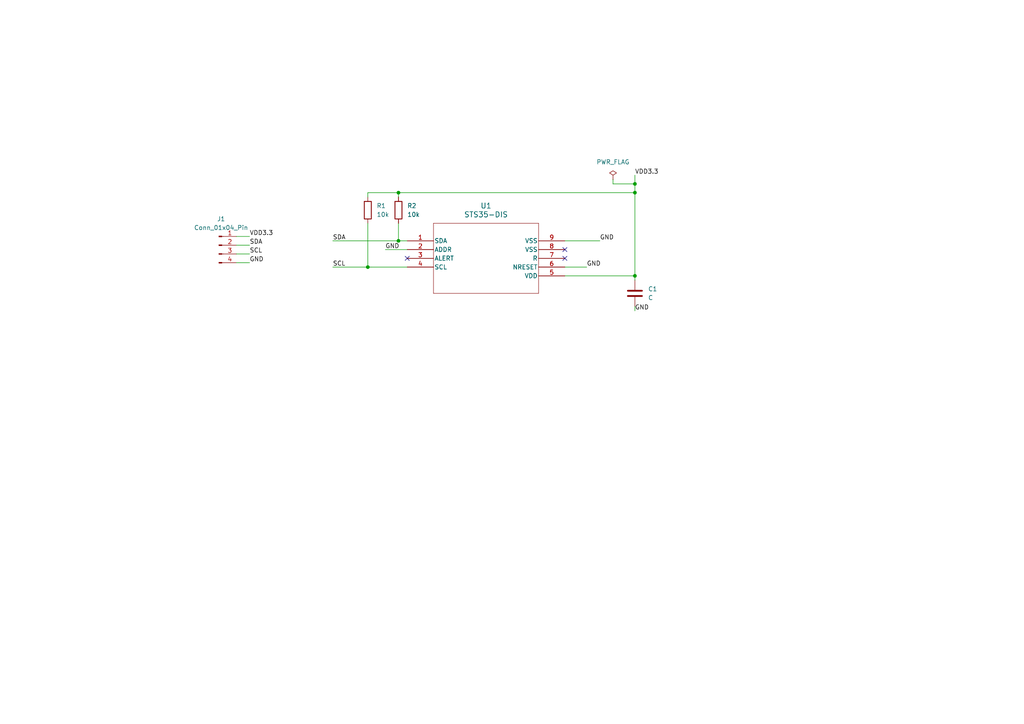
<source format=kicad_sch>
(kicad_sch
	(version 20231120)
	(generator "eeschema")
	(generator_version "8.0")
	(uuid "9bd3e657-6db2-4d64-b49c-62900dc1ce11")
	(paper "A4")
	(lib_symbols
		(symbol "Connector:Conn_01x04_Pin"
			(pin_names
				(offset 1.016) hide)
			(exclude_from_sim no)
			(in_bom yes)
			(on_board yes)
			(property "Reference" "J"
				(at 0 5.08 0)
				(effects
					(font
						(size 1.27 1.27)
					)
				)
			)
			(property "Value" "Conn_01x04_Pin"
				(at 0 -7.62 0)
				(effects
					(font
						(size 1.27 1.27)
					)
				)
			)
			(property "Footprint" ""
				(at 0 0 0)
				(effects
					(font
						(size 1.27 1.27)
					)
					(hide yes)
				)
			)
			(property "Datasheet" "~"
				(at 0 0 0)
				(effects
					(font
						(size 1.27 1.27)
					)
					(hide yes)
				)
			)
			(property "Description" "Generic connector, single row, 01x04, script generated"
				(at 0 0 0)
				(effects
					(font
						(size 1.27 1.27)
					)
					(hide yes)
				)
			)
			(property "ki_locked" ""
				(at 0 0 0)
				(effects
					(font
						(size 1.27 1.27)
					)
				)
			)
			(property "ki_keywords" "connector"
				(at 0 0 0)
				(effects
					(font
						(size 1.27 1.27)
					)
					(hide yes)
				)
			)
			(property "ki_fp_filters" "Connector*:*_1x??_*"
				(at 0 0 0)
				(effects
					(font
						(size 1.27 1.27)
					)
					(hide yes)
				)
			)
			(symbol "Conn_01x04_Pin_1_1"
				(polyline
					(pts
						(xy 1.27 -5.08) (xy 0.8636 -5.08)
					)
					(stroke
						(width 0.1524)
						(type default)
					)
					(fill
						(type none)
					)
				)
				(polyline
					(pts
						(xy 1.27 -2.54) (xy 0.8636 -2.54)
					)
					(stroke
						(width 0.1524)
						(type default)
					)
					(fill
						(type none)
					)
				)
				(polyline
					(pts
						(xy 1.27 0) (xy 0.8636 0)
					)
					(stroke
						(width 0.1524)
						(type default)
					)
					(fill
						(type none)
					)
				)
				(polyline
					(pts
						(xy 1.27 2.54) (xy 0.8636 2.54)
					)
					(stroke
						(width 0.1524)
						(type default)
					)
					(fill
						(type none)
					)
				)
				(rectangle
					(start 0.8636 -4.953)
					(end 0 -5.207)
					(stroke
						(width 0.1524)
						(type default)
					)
					(fill
						(type outline)
					)
				)
				(rectangle
					(start 0.8636 -2.413)
					(end 0 -2.667)
					(stroke
						(width 0.1524)
						(type default)
					)
					(fill
						(type outline)
					)
				)
				(rectangle
					(start 0.8636 0.127)
					(end 0 -0.127)
					(stroke
						(width 0.1524)
						(type default)
					)
					(fill
						(type outline)
					)
				)
				(rectangle
					(start 0.8636 2.667)
					(end 0 2.413)
					(stroke
						(width 0.1524)
						(type default)
					)
					(fill
						(type outline)
					)
				)
				(pin passive line
					(at 5.08 2.54 180)
					(length 3.81)
					(name "Pin_1"
						(effects
							(font
								(size 1.27 1.27)
							)
						)
					)
					(number "1"
						(effects
							(font
								(size 1.27 1.27)
							)
						)
					)
				)
				(pin passive line
					(at 5.08 0 180)
					(length 3.81)
					(name "Pin_2"
						(effects
							(font
								(size 1.27 1.27)
							)
						)
					)
					(number "2"
						(effects
							(font
								(size 1.27 1.27)
							)
						)
					)
				)
				(pin passive line
					(at 5.08 -2.54 180)
					(length 3.81)
					(name "Pin_3"
						(effects
							(font
								(size 1.27 1.27)
							)
						)
					)
					(number "3"
						(effects
							(font
								(size 1.27 1.27)
							)
						)
					)
				)
				(pin passive line
					(at 5.08 -5.08 180)
					(length 3.81)
					(name "Pin_4"
						(effects
							(font
								(size 1.27 1.27)
							)
						)
					)
					(number "4"
						(effects
							(font
								(size 1.27 1.27)
							)
						)
					)
				)
			)
		)
		(symbol "Device:C"
			(pin_numbers hide)
			(pin_names
				(offset 0.254)
			)
			(exclude_from_sim no)
			(in_bom yes)
			(on_board yes)
			(property "Reference" "C"
				(at 0.635 2.54 0)
				(effects
					(font
						(size 1.27 1.27)
					)
					(justify left)
				)
			)
			(property "Value" "C"
				(at 0.635 -2.54 0)
				(effects
					(font
						(size 1.27 1.27)
					)
					(justify left)
				)
			)
			(property "Footprint" ""
				(at 0.9652 -3.81 0)
				(effects
					(font
						(size 1.27 1.27)
					)
					(hide yes)
				)
			)
			(property "Datasheet" "~"
				(at 0 0 0)
				(effects
					(font
						(size 1.27 1.27)
					)
					(hide yes)
				)
			)
			(property "Description" "Unpolarized capacitor"
				(at 0 0 0)
				(effects
					(font
						(size 1.27 1.27)
					)
					(hide yes)
				)
			)
			(property "ki_keywords" "cap capacitor"
				(at 0 0 0)
				(effects
					(font
						(size 1.27 1.27)
					)
					(hide yes)
				)
			)
			(property "ki_fp_filters" "C_*"
				(at 0 0 0)
				(effects
					(font
						(size 1.27 1.27)
					)
					(hide yes)
				)
			)
			(symbol "C_0_1"
				(polyline
					(pts
						(xy -2.032 -0.762) (xy 2.032 -0.762)
					)
					(stroke
						(width 0.508)
						(type default)
					)
					(fill
						(type none)
					)
				)
				(polyline
					(pts
						(xy -2.032 0.762) (xy 2.032 0.762)
					)
					(stroke
						(width 0.508)
						(type default)
					)
					(fill
						(type none)
					)
				)
			)
			(symbol "C_1_1"
				(pin passive line
					(at 0 3.81 270)
					(length 2.794)
					(name "~"
						(effects
							(font
								(size 1.27 1.27)
							)
						)
					)
					(number "1"
						(effects
							(font
								(size 1.27 1.27)
							)
						)
					)
				)
				(pin passive line
					(at 0 -3.81 90)
					(length 2.794)
					(name "~"
						(effects
							(font
								(size 1.27 1.27)
							)
						)
					)
					(number "2"
						(effects
							(font
								(size 1.27 1.27)
							)
						)
					)
				)
			)
		)
		(symbol "Device:R"
			(pin_numbers hide)
			(pin_names
				(offset 0)
			)
			(exclude_from_sim no)
			(in_bom yes)
			(on_board yes)
			(property "Reference" "R"
				(at 2.032 0 90)
				(effects
					(font
						(size 1.27 1.27)
					)
				)
			)
			(property "Value" "R"
				(at 0 0 90)
				(effects
					(font
						(size 1.27 1.27)
					)
				)
			)
			(property "Footprint" ""
				(at -1.778 0 90)
				(effects
					(font
						(size 1.27 1.27)
					)
					(hide yes)
				)
			)
			(property "Datasheet" "~"
				(at 0 0 0)
				(effects
					(font
						(size 1.27 1.27)
					)
					(hide yes)
				)
			)
			(property "Description" "Resistor"
				(at 0 0 0)
				(effects
					(font
						(size 1.27 1.27)
					)
					(hide yes)
				)
			)
			(property "ki_keywords" "R res resistor"
				(at 0 0 0)
				(effects
					(font
						(size 1.27 1.27)
					)
					(hide yes)
				)
			)
			(property "ki_fp_filters" "R_*"
				(at 0 0 0)
				(effects
					(font
						(size 1.27 1.27)
					)
					(hide yes)
				)
			)
			(symbol "R_0_1"
				(rectangle
					(start -1.016 -2.54)
					(end 1.016 2.54)
					(stroke
						(width 0.254)
						(type default)
					)
					(fill
						(type none)
					)
				)
			)
			(symbol "R_1_1"
				(pin passive line
					(at 0 3.81 270)
					(length 1.27)
					(name "~"
						(effects
							(font
								(size 1.27 1.27)
							)
						)
					)
					(number "1"
						(effects
							(font
								(size 1.27 1.27)
							)
						)
					)
				)
				(pin passive line
					(at 0 -3.81 90)
					(length 1.27)
					(name "~"
						(effects
							(font
								(size 1.27 1.27)
							)
						)
					)
					(number "2"
						(effects
							(font
								(size 1.27 1.27)
							)
						)
					)
				)
			)
		)
		(symbol "STS35-DIR:STS35-DIS"
			(pin_names
				(offset 0.254)
			)
			(exclude_from_sim no)
			(in_bom yes)
			(on_board yes)
			(property "Reference" "U"
				(at 22.86 10.16 0)
				(effects
					(font
						(size 1.524 1.524)
					)
				)
			)
			(property "Value" "STS35-DIS"
				(at 22.86 7.62 0)
				(effects
					(font
						(size 1.524 1.524)
					)
				)
			)
			(property "Footprint" "STS3x-DIS_SEN"
				(at 0 0 0)
				(effects
					(font
						(size 1.27 1.27)
						(italic yes)
					)
					(hide yes)
				)
			)
			(property "Datasheet" "STS35-DIS"
				(at 0 0 0)
				(effects
					(font
						(size 1.27 1.27)
						(italic yes)
					)
					(hide yes)
				)
			)
			(property "Description" ""
				(at 0 0 0)
				(effects
					(font
						(size 1.27 1.27)
					)
					(hide yes)
				)
			)
			(property "ki_locked" ""
				(at 0 0 0)
				(effects
					(font
						(size 1.27 1.27)
					)
				)
			)
			(property "ki_keywords" "STS35-DIS"
				(at 0 0 0)
				(effects
					(font
						(size 1.27 1.27)
					)
					(hide yes)
				)
			)
			(property "ki_fp_filters" "STS3x-DIS_SEN STS3x-DIS_SEN-M STS3x-DIS_SEN-L"
				(at 0 0 0)
				(effects
					(font
						(size 1.27 1.27)
					)
					(hide yes)
				)
			)
			(symbol "STS35-DIS_0_1"
				(polyline
					(pts
						(xy 7.62 -15.24) (xy 38.1 -15.24)
					)
					(stroke
						(width 0.127)
						(type default)
					)
					(fill
						(type none)
					)
				)
				(polyline
					(pts
						(xy 7.62 5.08) (xy 7.62 -15.24)
					)
					(stroke
						(width 0.127)
						(type default)
					)
					(fill
						(type none)
					)
				)
				(polyline
					(pts
						(xy 38.1 -15.24) (xy 38.1 5.08)
					)
					(stroke
						(width 0.127)
						(type default)
					)
					(fill
						(type none)
					)
				)
				(polyline
					(pts
						(xy 38.1 5.08) (xy 7.62 5.08)
					)
					(stroke
						(width 0.127)
						(type default)
					)
					(fill
						(type none)
					)
				)
				(pin bidirectional line
					(at 0 0 0)
					(length 7.62)
					(name "SDA"
						(effects
							(font
								(size 1.27 1.27)
							)
						)
					)
					(number "1"
						(effects
							(font
								(size 1.27 1.27)
							)
						)
					)
				)
				(pin input line
					(at 0 -2.54 0)
					(length 7.62)
					(name "ADDR"
						(effects
							(font
								(size 1.27 1.27)
							)
						)
					)
					(number "2"
						(effects
							(font
								(size 1.27 1.27)
							)
						)
					)
				)
				(pin output line
					(at 0 -5.08 0)
					(length 7.62)
					(name "ALERT"
						(effects
							(font
								(size 1.27 1.27)
							)
						)
					)
					(number "3"
						(effects
							(font
								(size 1.27 1.27)
							)
						)
					)
				)
				(pin bidirectional line
					(at 0 -7.62 0)
					(length 7.62)
					(name "SCL"
						(effects
							(font
								(size 1.27 1.27)
							)
						)
					)
					(number "4"
						(effects
							(font
								(size 1.27 1.27)
							)
						)
					)
				)
				(pin power_in line
					(at 45.72 -10.16 180)
					(length 7.62)
					(name "VDD"
						(effects
							(font
								(size 1.27 1.27)
							)
						)
					)
					(number "5"
						(effects
							(font
								(size 1.27 1.27)
							)
						)
					)
				)
				(pin input line
					(at 45.72 -7.62 180)
					(length 7.62)
					(name "NRESET"
						(effects
							(font
								(size 1.27 1.27)
							)
						)
					)
					(number "6"
						(effects
							(font
								(size 1.27 1.27)
							)
						)
					)
				)
				(pin power_out line
					(at 45.72 -5.08 180)
					(length 7.62)
					(name "R"
						(effects
							(font
								(size 1.27 1.27)
							)
						)
					)
					(number "7"
						(effects
							(font
								(size 1.27 1.27)
							)
						)
					)
				)
				(pin power_out line
					(at 45.72 -2.54 180)
					(length 7.62)
					(name "VSS"
						(effects
							(font
								(size 1.27 1.27)
							)
						)
					)
					(number "8"
						(effects
							(font
								(size 1.27 1.27)
							)
						)
					)
				)
				(pin power_out line
					(at 45.72 0 180)
					(length 7.62)
					(name "VSS"
						(effects
							(font
								(size 1.27 1.27)
							)
						)
					)
					(number "9"
						(effects
							(font
								(size 1.27 1.27)
							)
						)
					)
				)
			)
		)
		(symbol "power:PWR_FLAG"
			(power)
			(pin_numbers hide)
			(pin_names
				(offset 0) hide)
			(exclude_from_sim no)
			(in_bom yes)
			(on_board yes)
			(property "Reference" "#FLG"
				(at 0 1.905 0)
				(effects
					(font
						(size 1.27 1.27)
					)
					(hide yes)
				)
			)
			(property "Value" "PWR_FLAG"
				(at 0 3.81 0)
				(effects
					(font
						(size 1.27 1.27)
					)
				)
			)
			(property "Footprint" ""
				(at 0 0 0)
				(effects
					(font
						(size 1.27 1.27)
					)
					(hide yes)
				)
			)
			(property "Datasheet" "~"
				(at 0 0 0)
				(effects
					(font
						(size 1.27 1.27)
					)
					(hide yes)
				)
			)
			(property "Description" "Special symbol for telling ERC where power comes from"
				(at 0 0 0)
				(effects
					(font
						(size 1.27 1.27)
					)
					(hide yes)
				)
			)
			(property "ki_keywords" "flag power"
				(at 0 0 0)
				(effects
					(font
						(size 1.27 1.27)
					)
					(hide yes)
				)
			)
			(symbol "PWR_FLAG_0_0"
				(pin power_out line
					(at 0 0 90)
					(length 0)
					(name "~"
						(effects
							(font
								(size 1.27 1.27)
							)
						)
					)
					(number "1"
						(effects
							(font
								(size 1.27 1.27)
							)
						)
					)
				)
			)
			(symbol "PWR_FLAG_0_1"
				(polyline
					(pts
						(xy 0 0) (xy 0 1.27) (xy -1.016 1.905) (xy 0 2.54) (xy 1.016 1.905) (xy 0 1.27)
					)
					(stroke
						(width 0)
						(type default)
					)
					(fill
						(type none)
					)
				)
			)
		)
	)
	(junction
		(at 184.15 55.88)
		(diameter 0)
		(color 0 0 0 0)
		(uuid "161efbaf-b67a-446b-a770-14793b5fe8d7")
	)
	(junction
		(at 115.57 55.88)
		(diameter 0)
		(color 0 0 0 0)
		(uuid "3d8d5f4a-2e01-4d44-92b4-ccfc442f1989")
	)
	(junction
		(at 115.57 69.85)
		(diameter 0)
		(color 0 0 0 0)
		(uuid "59fda124-2cf9-4928-9b49-945c7f7f770f")
	)
	(junction
		(at 184.15 80.01)
		(diameter 0)
		(color 0 0 0 0)
		(uuid "78858fc2-d586-41cd-91a5-ac5e83e0bf1c")
	)
	(junction
		(at 106.68 77.47)
		(diameter 0)
		(color 0 0 0 0)
		(uuid "a7bee6b4-8fc4-42b8-9d61-b57ede3bbddf")
	)
	(junction
		(at 184.15 53.34)
		(diameter 0)
		(color 0 0 0 0)
		(uuid "c161b684-dbbe-4cfb-9e46-9a45e95070a0")
	)
	(no_connect
		(at 163.83 72.39)
		(uuid "52c7952b-8f55-4919-8791-50b8309281fb")
	)
	(no_connect
		(at 163.83 74.93)
		(uuid "5c490f60-4df7-415d-a98a-b69edfe6e29d")
	)
	(no_connect
		(at 118.11 74.93)
		(uuid "93804c84-6d72-4448-957c-2b2e427fc379")
	)
	(wire
		(pts
			(xy 106.68 64.77) (xy 106.68 77.47)
		)
		(stroke
			(width 0)
			(type default)
		)
		(uuid "01689547-ae01-4750-9c97-ccdf58c1ded5")
	)
	(wire
		(pts
			(xy 111.76 72.39) (xy 118.11 72.39)
		)
		(stroke
			(width 0)
			(type default)
		)
		(uuid "0d1b15c0-721a-4e32-92d3-a7183155f00a")
	)
	(wire
		(pts
			(xy 96.52 77.47) (xy 106.68 77.47)
		)
		(stroke
			(width 0)
			(type default)
		)
		(uuid "0e196aea-ccad-4652-abde-9a64145a654c")
	)
	(wire
		(pts
			(xy 68.58 68.58) (xy 72.39 68.58)
		)
		(stroke
			(width 0)
			(type default)
		)
		(uuid "0e243553-b76d-4d33-843f-9f68e47f0890")
	)
	(wire
		(pts
			(xy 106.68 55.88) (xy 115.57 55.88)
		)
		(stroke
			(width 0)
			(type default)
		)
		(uuid "1ff77856-11e8-45f7-8354-895fa9dd988d")
	)
	(wire
		(pts
			(xy 96.52 69.85) (xy 115.57 69.85)
		)
		(stroke
			(width 0)
			(type default)
		)
		(uuid "24fa099b-9641-4ba0-a45b-70db8f6d399f")
	)
	(wire
		(pts
			(xy 106.68 57.15) (xy 106.68 55.88)
		)
		(stroke
			(width 0)
			(type default)
		)
		(uuid "2fb02cb3-7d11-4869-bf7d-5fde8a390741")
	)
	(wire
		(pts
			(xy 163.83 77.47) (xy 170.18 77.47)
		)
		(stroke
			(width 0)
			(type default)
		)
		(uuid "33604d1b-674b-43d0-8df9-eb3bf7deb653")
	)
	(wire
		(pts
			(xy 115.57 69.85) (xy 118.11 69.85)
		)
		(stroke
			(width 0)
			(type default)
		)
		(uuid "44f4c763-a3f9-41c1-86ea-fbcf8c870506")
	)
	(wire
		(pts
			(xy 177.8 52.07) (xy 177.8 53.34)
		)
		(stroke
			(width 0)
			(type default)
		)
		(uuid "4b3d786b-00b1-4526-8026-dcfd32259d28")
	)
	(wire
		(pts
			(xy 68.58 76.2) (xy 72.39 76.2)
		)
		(stroke
			(width 0)
			(type default)
		)
		(uuid "53afd79c-ce6c-462e-a69d-f44539b050e3")
	)
	(wire
		(pts
			(xy 115.57 64.77) (xy 115.57 69.85)
		)
		(stroke
			(width 0)
			(type default)
		)
		(uuid "6bb4c58f-6ff1-4dd1-8036-a8f009dc7af5")
	)
	(wire
		(pts
			(xy 115.57 55.88) (xy 184.15 55.88)
		)
		(stroke
			(width 0)
			(type default)
		)
		(uuid "75363e6b-5b9c-4cad-b138-26cf75dab5a1")
	)
	(wire
		(pts
			(xy 184.15 88.9) (xy 184.15 90.17)
		)
		(stroke
			(width 0)
			(type default)
		)
		(uuid "7ecf6e73-76eb-4d48-9527-094776c204d7")
	)
	(wire
		(pts
			(xy 68.58 71.12) (xy 72.39 71.12)
		)
		(stroke
			(width 0)
			(type default)
		)
		(uuid "8d0fc8b9-d639-4b21-8751-486be9c01f3c")
	)
	(wire
		(pts
			(xy 163.83 80.01) (xy 184.15 80.01)
		)
		(stroke
			(width 0)
			(type default)
		)
		(uuid "8e3aba52-3722-4bd4-b5a5-f565ca14dcff")
	)
	(wire
		(pts
			(xy 184.15 53.34) (xy 184.15 50.8)
		)
		(stroke
			(width 0)
			(type default)
		)
		(uuid "9ede02c7-5d05-4a81-ba5a-01b906d72476")
	)
	(wire
		(pts
			(xy 115.57 57.15) (xy 115.57 55.88)
		)
		(stroke
			(width 0)
			(type default)
		)
		(uuid "a177a300-79bf-4601-8f52-cb94f0910d0a")
	)
	(wire
		(pts
			(xy 163.83 69.85) (xy 173.99 69.85)
		)
		(stroke
			(width 0)
			(type default)
		)
		(uuid "a9dbfcc0-c900-4466-a261-d68922198ba4")
	)
	(wire
		(pts
			(xy 106.68 77.47) (xy 118.11 77.47)
		)
		(stroke
			(width 0)
			(type default)
		)
		(uuid "ca0cceed-b914-42ea-866e-58b40203d0a3")
	)
	(wire
		(pts
			(xy 177.8 53.34) (xy 184.15 53.34)
		)
		(stroke
			(width 0)
			(type default)
		)
		(uuid "e08d1a55-6f9c-4d92-bc2e-01c49040f838")
	)
	(wire
		(pts
			(xy 184.15 55.88) (xy 184.15 53.34)
		)
		(stroke
			(width 0)
			(type default)
		)
		(uuid "e260a1de-3431-4796-a14d-0b4086801019")
	)
	(wire
		(pts
			(xy 184.15 80.01) (xy 184.15 55.88)
		)
		(stroke
			(width 0)
			(type default)
		)
		(uuid "e9f29854-fb57-4a3a-80a7-b861cfd24e3a")
	)
	(wire
		(pts
			(xy 68.58 73.66) (xy 72.39 73.66)
		)
		(stroke
			(width 0)
			(type default)
		)
		(uuid "eb34dc8f-2396-42d5-85a8-bab3c9be5e32")
	)
	(wire
		(pts
			(xy 184.15 80.01) (xy 184.15 81.28)
		)
		(stroke
			(width 0)
			(type default)
		)
		(uuid "fa33c29a-f51f-48cb-a788-5d7dfbc04827")
	)
	(label "GND"
		(at 72.39 76.2 0)
		(fields_autoplaced yes)
		(effects
			(font
				(size 1.27 1.27)
			)
			(justify left bottom)
		)
		(uuid "0d871965-b6ad-4a08-a391-5f91bc38fef9")
	)
	(label "GND"
		(at 170.18 77.47 0)
		(fields_autoplaced yes)
		(effects
			(font
				(size 1.27 1.27)
			)
			(justify left bottom)
		)
		(uuid "15c7bbe6-af94-421e-97df-fc2bca937493")
	)
	(label "SCL"
		(at 96.52 77.47 0)
		(fields_autoplaced yes)
		(effects
			(font
				(size 1.27 1.27)
			)
			(justify left bottom)
		)
		(uuid "2adc86c4-e7f0-49d3-a365-04a7aa8e6a37")
	)
	(label "VDD3.3"
		(at 72.39 68.58 0)
		(fields_autoplaced yes)
		(effects
			(font
				(size 1.27 1.27)
			)
			(justify left bottom)
		)
		(uuid "493e0400-ed46-4b3d-83f3-fe48e874a4aa")
	)
	(label "GND"
		(at 173.99 69.85 0)
		(fields_autoplaced yes)
		(effects
			(font
				(size 1.27 1.27)
			)
			(justify left bottom)
		)
		(uuid "5545685f-56bf-4d70-8c13-6542399565bd")
	)
	(label "GND"
		(at 184.15 90.17 0)
		(fields_autoplaced yes)
		(effects
			(font
				(size 1.27 1.27)
			)
			(justify left bottom)
		)
		(uuid "5cf620c2-6f29-4f79-ac03-8b05c30c4b5f")
	)
	(label "GND"
		(at 111.76 72.39 0)
		(fields_autoplaced yes)
		(effects
			(font
				(size 1.27 1.27)
			)
			(justify left bottom)
		)
		(uuid "62396c5d-2401-41de-8547-a2a4fb63a61d")
	)
	(label "SDA"
		(at 96.52 69.85 0)
		(fields_autoplaced yes)
		(effects
			(font
				(size 1.27 1.27)
			)
			(justify left bottom)
		)
		(uuid "6a1abf05-5aaf-4a29-9c1b-287153f3e1e0")
	)
	(label "SDA"
		(at 72.39 71.12 0)
		(fields_autoplaced yes)
		(effects
			(font
				(size 1.27 1.27)
			)
			(justify left bottom)
		)
		(uuid "98681bfc-336a-4fad-a650-0f0c78f205c2")
	)
	(label "SCL"
		(at 72.39 73.66 0)
		(fields_autoplaced yes)
		(effects
			(font
				(size 1.27 1.27)
			)
			(justify left bottom)
		)
		(uuid "c35415c2-ed0f-4720-a7e8-af329c0cfd32")
	)
	(label "VDD3.3"
		(at 184.15 50.8 0)
		(fields_autoplaced yes)
		(effects
			(font
				(size 1.27 1.27)
			)
			(justify left bottom)
		)
		(uuid "f4a810b2-4b8c-441c-bc3e-d1757fdf08d2")
	)
	(symbol
		(lib_id "Device:R")
		(at 106.68 60.96 0)
		(unit 1)
		(exclude_from_sim no)
		(in_bom yes)
		(on_board yes)
		(dnp no)
		(fields_autoplaced yes)
		(uuid "0551552b-afd4-4728-b025-96e18b391bf8")
		(property "Reference" "R1"
			(at 109.22 59.6899 0)
			(effects
				(font
					(size 1.27 1.27)
				)
				(justify left)
			)
		)
		(property "Value" "10k"
			(at 109.22 62.2299 0)
			(effects
				(font
					(size 1.27 1.27)
				)
				(justify left)
			)
		)
		(property "Footprint" "Resistor_SMD:R_0201_0603Metric"
			(at 104.902 60.96 90)
			(effects
				(font
					(size 1.27 1.27)
				)
				(hide yes)
			)
		)
		(property "Datasheet" "~"
			(at 106.68 60.96 0)
			(effects
				(font
					(size 1.27 1.27)
				)
				(hide yes)
			)
		)
		(property "Description" "Resistor"
			(at 106.68 60.96 0)
			(effects
				(font
					(size 1.27 1.27)
				)
				(hide yes)
			)
		)
		(pin "2"
			(uuid "b49eddcb-c0de-4ff4-9968-1f436b89d41c")
		)
		(pin "1"
			(uuid "71a4c1ac-df8a-467d-9011-af2fc1f54e66")
		)
		(instances
			(project ""
				(path "/9bd3e657-6db2-4d64-b49c-62900dc1ce11"
					(reference "R1")
					(unit 1)
				)
			)
		)
	)
	(symbol
		(lib_id "power:PWR_FLAG")
		(at 177.8 52.07 0)
		(unit 1)
		(exclude_from_sim no)
		(in_bom yes)
		(on_board yes)
		(dnp no)
		(fields_autoplaced yes)
		(uuid "1a45af91-f4e5-43a3-9df7-3fd414e4a27b")
		(property "Reference" "#FLG01"
			(at 177.8 50.165 0)
			(effects
				(font
					(size 1.27 1.27)
				)
				(hide yes)
			)
		)
		(property "Value" "PWR_FLAG"
			(at 177.8 46.99 0)
			(effects
				(font
					(size 1.27 1.27)
				)
			)
		)
		(property "Footprint" ""
			(at 177.8 52.07 0)
			(effects
				(font
					(size 1.27 1.27)
				)
				(hide yes)
			)
		)
		(property "Datasheet" "~"
			(at 177.8 52.07 0)
			(effects
				(font
					(size 1.27 1.27)
				)
				(hide yes)
			)
		)
		(property "Description" "Special symbol for telling ERC where power comes from"
			(at 177.8 52.07 0)
			(effects
				(font
					(size 1.27 1.27)
				)
				(hide yes)
			)
		)
		(pin "1"
			(uuid "ad142509-f816-46d2-85c4-ececd2263529")
		)
		(instances
			(project ""
				(path "/9bd3e657-6db2-4d64-b49c-62900dc1ce11"
					(reference "#FLG01")
					(unit 1)
				)
			)
		)
	)
	(symbol
		(lib_id "Device:C")
		(at 184.15 85.09 0)
		(unit 1)
		(exclude_from_sim no)
		(in_bom yes)
		(on_board yes)
		(dnp no)
		(fields_autoplaced yes)
		(uuid "a9883181-321e-48fb-b892-c007f1f5dabc")
		(property "Reference" "C1"
			(at 187.96 83.8199 0)
			(effects
				(font
					(size 1.27 1.27)
				)
				(justify left)
			)
		)
		(property "Value" "C"
			(at 187.96 86.3599 0)
			(effects
				(font
					(size 1.27 1.27)
				)
				(justify left)
			)
		)
		(property "Footprint" "Capacitor_Tantalum_SMD:CP_EIA-1608-08_AVX-J"
			(at 185.1152 88.9 0)
			(effects
				(font
					(size 1.27 1.27)
				)
				(hide yes)
			)
		)
		(property "Datasheet" "~"
			(at 184.15 85.09 0)
			(effects
				(font
					(size 1.27 1.27)
				)
				(hide yes)
			)
		)
		(property "Description" "Unpolarized capacitor"
			(at 184.15 85.09 0)
			(effects
				(font
					(size 1.27 1.27)
				)
				(hide yes)
			)
		)
		(pin "2"
			(uuid "bf30b38c-c927-46b8-985c-a114f8a8b9df")
		)
		(pin "1"
			(uuid "fd6e6422-130e-411c-a0f2-29bd85e90f97")
		)
		(instances
			(project ""
				(path "/9bd3e657-6db2-4d64-b49c-62900dc1ce11"
					(reference "C1")
					(unit 1)
				)
			)
		)
	)
	(symbol
		(lib_id "STS35-DIR:STS35-DIS")
		(at 118.11 69.85 0)
		(unit 1)
		(exclude_from_sim no)
		(in_bom yes)
		(on_board yes)
		(dnp no)
		(fields_autoplaced yes)
		(uuid "cf6be063-f446-411d-a29e-947781b87462")
		(property "Reference" "U1"
			(at 140.97 59.69 0)
			(effects
				(font
					(size 1.524 1.524)
				)
			)
		)
		(property "Value" "STS35-DIS"
			(at 140.97 62.23 0)
			(effects
				(font
					(size 1.524 1.524)
				)
			)
		)
		(property "Footprint" "STS3x-DIS_SEN"
			(at 118.11 69.85 0)
			(effects
				(font
					(size 1.27 1.27)
					(italic yes)
				)
				(hide yes)
			)
		)
		(property "Datasheet" "STS35-DIS"
			(at 118.11 69.85 0)
			(effects
				(font
					(size 1.27 1.27)
					(italic yes)
				)
				(hide yes)
			)
		)
		(property "Description" ""
			(at 118.11 69.85 0)
			(effects
				(font
					(size 1.27 1.27)
				)
				(hide yes)
			)
		)
		(pin "2"
			(uuid "a9e0f992-aa0f-4300-8a55-16158a9a73ee")
		)
		(pin "5"
			(uuid "3fd2d997-2a04-496c-ae90-d2daacc6c069")
		)
		(pin "8"
			(uuid "5b4ce858-7e94-4f23-ad3c-e9306edaf033")
		)
		(pin "9"
			(uuid "f2a04b04-b85e-43f4-ac79-f1d60ae1c82c")
		)
		(pin "4"
			(uuid "6f442220-0fd1-4e8c-93ad-ab0480fc1d8b")
		)
		(pin "7"
			(uuid "5fa04677-90d4-4768-a90b-6bef94ce11e9")
		)
		(pin "1"
			(uuid "d59464ab-c22b-4d56-af00-d5b52d984041")
		)
		(pin "6"
			(uuid "522b99ad-c4d3-45b1-bfae-103562f13e91")
		)
		(pin "3"
			(uuid "d2f01f96-9cb8-4225-be30-3b1a30f400b2")
		)
		(instances
			(project ""
				(path "/9bd3e657-6db2-4d64-b49c-62900dc1ce11"
					(reference "U1")
					(unit 1)
				)
			)
		)
	)
	(symbol
		(lib_id "Connector:Conn_01x04_Pin")
		(at 63.5 71.12 0)
		(unit 1)
		(exclude_from_sim no)
		(in_bom yes)
		(on_board yes)
		(dnp no)
		(fields_autoplaced yes)
		(uuid "f2018db5-1ed0-45d3-85f2-04fda79d8c69")
		(property "Reference" "J1"
			(at 64.135 63.5 0)
			(effects
				(font
					(size 1.27 1.27)
				)
			)
		)
		(property "Value" "Conn_01x04_Pin"
			(at 64.135 66.04 0)
			(effects
				(font
					(size 1.27 1.27)
				)
			)
		)
		(property "Footprint" "Connector_PinSocket_2.54mm:PinSocket_1x04_P2.54mm_Vertical"
			(at 63.5 71.12 0)
			(effects
				(font
					(size 1.27 1.27)
				)
				(hide yes)
			)
		)
		(property "Datasheet" "~"
			(at 63.5 71.12 0)
			(effects
				(font
					(size 1.27 1.27)
				)
				(hide yes)
			)
		)
		(property "Description" "Generic connector, single row, 01x04, script generated"
			(at 63.5 71.12 0)
			(effects
				(font
					(size 1.27 1.27)
				)
				(hide yes)
			)
		)
		(pin "2"
			(uuid "7e4abe88-001c-4c44-b9bd-294c38de3152")
		)
		(pin "1"
			(uuid "816c5440-2a82-4bcf-ae86-b64b893c7614")
		)
		(pin "3"
			(uuid "e1f8fa4b-b8d8-452a-ac00-4a541ab94b62")
		)
		(pin "4"
			(uuid "7dc131c3-a18d-495e-9596-02f24ffa2c95")
		)
		(instances
			(project ""
				(path "/9bd3e657-6db2-4d64-b49c-62900dc1ce11"
					(reference "J1")
					(unit 1)
				)
			)
		)
	)
	(symbol
		(lib_id "Device:R")
		(at 115.57 60.96 0)
		(unit 1)
		(exclude_from_sim no)
		(in_bom yes)
		(on_board yes)
		(dnp no)
		(fields_autoplaced yes)
		(uuid "fb6f3ebd-9422-4518-bf45-3f9a3ffd1a44")
		(property "Reference" "R2"
			(at 118.11 59.6899 0)
			(effects
				(font
					(size 1.27 1.27)
				)
				(justify left)
			)
		)
		(property "Value" "10k"
			(at 118.11 62.2299 0)
			(effects
				(font
					(size 1.27 1.27)
				)
				(justify left)
			)
		)
		(property "Footprint" "Resistor_SMD:R_0201_0603Metric"
			(at 113.792 60.96 90)
			(effects
				(font
					(size 1.27 1.27)
				)
				(hide yes)
			)
		)
		(property "Datasheet" "~"
			(at 115.57 60.96 0)
			(effects
				(font
					(size 1.27 1.27)
				)
				(hide yes)
			)
		)
		(property "Description" "Resistor"
			(at 115.57 60.96 0)
			(effects
				(font
					(size 1.27 1.27)
				)
				(hide yes)
			)
		)
		(pin "1"
			(uuid "0c042905-b918-46cf-8cc2-2b422c30aa26")
		)
		(pin "2"
			(uuid "c4f493c7-32b7-436a-9cda-a586905bea24")
		)
		(instances
			(project ""
				(path "/9bd3e657-6db2-4d64-b49c-62900dc1ce11"
					(reference "R2")
					(unit 1)
				)
			)
		)
	)
	(sheet_instances
		(path "/"
			(page "1")
		)
	)
)

</source>
